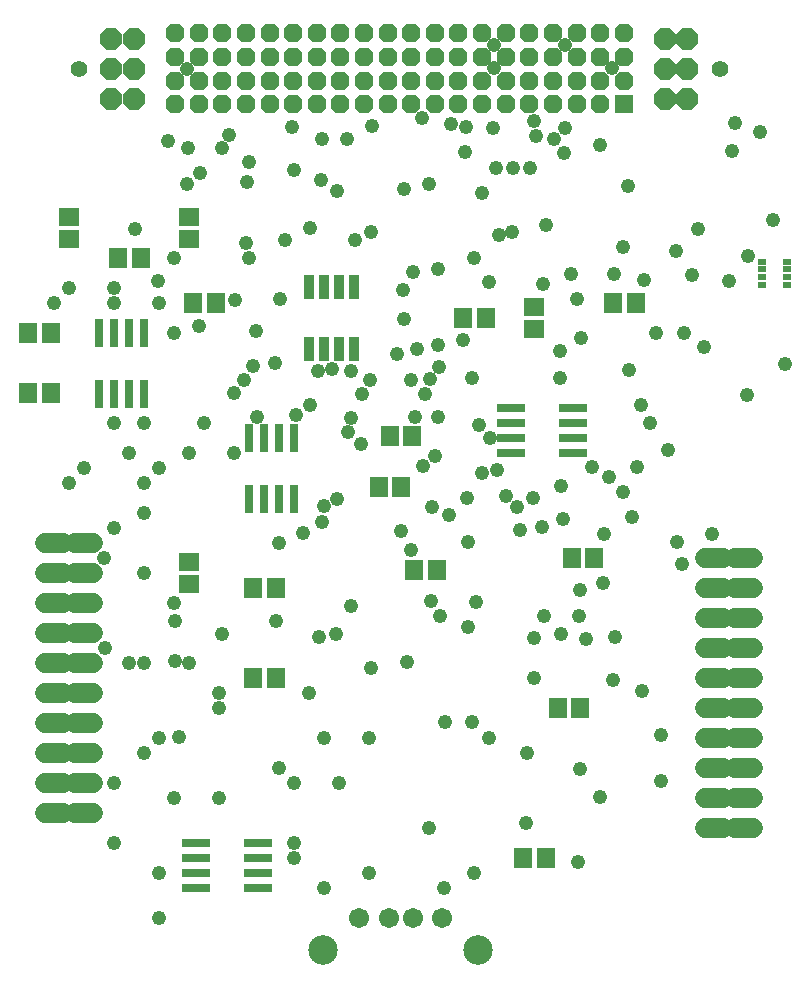
<source format=gts>
G75*
%MOIN*%
%OFA0B0*%
%FSLAX25Y25*%
%IPPOS*%
%LPD*%
%AMOC8*
5,1,8,0,0,1.08239X$1,22.5*
%
%ADD10R,0.03200X0.08300*%
%ADD11C,0.06800*%
%ADD12C,0.05524*%
%ADD13OC8,0.07296*%
%ADD14R,0.06186X0.06186*%
%ADD15OC8,0.06186*%
%ADD16R,0.05918X0.06706*%
%ADD17R,0.06706X0.05918*%
%ADD18R,0.03162X0.09461*%
%ADD19R,0.09461X0.03162*%
%ADD20R,0.02769X0.02178*%
%ADD21C,0.06737*%
%ADD22C,0.09855*%
%ADD23C,0.04762*%
D10*
X0130000Y0245650D03*
X0135000Y0245650D03*
X0140000Y0245650D03*
X0145000Y0245650D03*
X0145000Y0266250D03*
X0140000Y0266250D03*
X0135000Y0266250D03*
X0130000Y0266250D03*
D11*
X0058000Y0180950D02*
X0052000Y0180950D01*
X0048000Y0180950D02*
X0042000Y0180950D01*
X0042000Y0170950D02*
X0048000Y0170950D01*
X0052000Y0170950D02*
X0058000Y0170950D01*
X0058000Y0160950D02*
X0052000Y0160950D01*
X0048000Y0160950D02*
X0042000Y0160950D01*
X0042000Y0150950D02*
X0048000Y0150950D01*
X0052000Y0150950D02*
X0058000Y0150950D01*
X0058000Y0140950D02*
X0052000Y0140950D01*
X0048000Y0140950D02*
X0042000Y0140950D01*
X0042000Y0130950D02*
X0048000Y0130950D01*
X0052000Y0130950D02*
X0058000Y0130950D01*
X0058000Y0120950D02*
X0052000Y0120950D01*
X0048000Y0120950D02*
X0042000Y0120950D01*
X0042000Y0110950D02*
X0048000Y0110950D01*
X0052000Y0110950D02*
X0058000Y0110950D01*
X0058000Y0100950D02*
X0052000Y0100950D01*
X0048000Y0100950D02*
X0042000Y0100950D01*
X0042000Y0090950D02*
X0048000Y0090950D01*
X0052000Y0090950D02*
X0058000Y0090950D01*
X0262000Y0085950D02*
X0268000Y0085950D01*
X0272000Y0085950D02*
X0278000Y0085950D01*
X0278000Y0095950D02*
X0272000Y0095950D01*
X0268000Y0095950D02*
X0262000Y0095950D01*
X0262000Y0105950D02*
X0268000Y0105950D01*
X0272000Y0105950D02*
X0278000Y0105950D01*
X0278000Y0115950D02*
X0272000Y0115950D01*
X0268000Y0115950D02*
X0262000Y0115950D01*
X0262000Y0125950D02*
X0268000Y0125950D01*
X0272000Y0125950D02*
X0278000Y0125950D01*
X0278000Y0135950D02*
X0272000Y0135950D01*
X0268000Y0135950D02*
X0262000Y0135950D01*
X0262000Y0145950D02*
X0268000Y0145950D01*
X0272000Y0145950D02*
X0278000Y0145950D01*
X0278000Y0155950D02*
X0272000Y0155950D01*
X0268000Y0155950D02*
X0262000Y0155950D01*
X0262000Y0165950D02*
X0268000Y0165950D01*
X0272000Y0165950D02*
X0278000Y0165950D01*
X0278000Y0175950D02*
X0272000Y0175950D01*
X0268000Y0175950D02*
X0262000Y0175950D01*
D12*
X0266870Y0338942D03*
X0053130Y0338942D03*
D13*
X0063996Y0339060D03*
X0063996Y0329060D03*
X0071398Y0329060D03*
X0071398Y0339060D03*
X0071398Y0349060D03*
X0063996Y0349060D03*
X0248602Y0349056D03*
X0256004Y0349056D03*
X0256004Y0339056D03*
X0256004Y0329056D03*
X0248602Y0329056D03*
X0248602Y0339056D03*
D14*
X0234803Y0327249D03*
D15*
X0234803Y0335123D03*
X0226929Y0335123D03*
X0226929Y0327249D03*
X0219055Y0327249D03*
X0219055Y0335123D03*
X0211181Y0335123D03*
X0211181Y0327249D03*
X0203307Y0327249D03*
X0195433Y0327249D03*
X0195433Y0335123D03*
X0203307Y0335123D03*
X0203307Y0342997D03*
X0195433Y0342997D03*
X0195433Y0350871D03*
X0203307Y0350871D03*
X0211181Y0350871D03*
X0211181Y0342997D03*
X0219055Y0342997D03*
X0226929Y0342997D03*
X0226929Y0350871D03*
X0219055Y0350871D03*
X0234803Y0350871D03*
X0234803Y0342997D03*
X0187559Y0342997D03*
X0179685Y0342997D03*
X0179685Y0350871D03*
X0187559Y0350871D03*
X0187559Y0335123D03*
X0187559Y0327249D03*
X0179685Y0327249D03*
X0179685Y0335123D03*
X0171811Y0335123D03*
X0171811Y0327249D03*
X0163937Y0327249D03*
X0163937Y0335123D03*
X0156063Y0335123D03*
X0156063Y0327249D03*
X0148189Y0327249D03*
X0148189Y0335123D03*
X0140315Y0335123D03*
X0140315Y0327249D03*
X0132441Y0327249D03*
X0132441Y0335123D03*
X0124567Y0335123D03*
X0124567Y0327249D03*
X0116693Y0327249D03*
X0108819Y0327249D03*
X0108819Y0335123D03*
X0116693Y0335123D03*
X0116693Y0342997D03*
X0124567Y0342997D03*
X0124567Y0350871D03*
X0116693Y0350871D03*
X0108819Y0350871D03*
X0108819Y0342997D03*
X0100945Y0342997D03*
X0093071Y0342997D03*
X0093071Y0350871D03*
X0100945Y0350871D03*
X0100945Y0335123D03*
X0100945Y0327249D03*
X0093071Y0327249D03*
X0093071Y0335123D03*
X0085197Y0335123D03*
X0085197Y0327249D03*
X0085197Y0342997D03*
X0085197Y0350871D03*
X0132441Y0350871D03*
X0132441Y0342997D03*
X0140315Y0342997D03*
X0140315Y0350871D03*
X0148189Y0350871D03*
X0148189Y0342997D03*
X0156063Y0342997D03*
X0156063Y0350871D03*
X0163937Y0350871D03*
X0163937Y0342997D03*
X0171811Y0342997D03*
X0171811Y0350871D03*
D16*
X0231260Y0260950D03*
X0238740Y0260950D03*
X0188740Y0255950D03*
X0181260Y0255950D03*
X0164190Y0216850D03*
X0156710Y0216850D03*
X0153110Y0199825D03*
X0160590Y0199825D03*
X0164910Y0172075D03*
X0172390Y0172075D03*
X0212860Y0125950D03*
X0220340Y0125950D03*
X0217435Y0176175D03*
X0224915Y0176175D03*
X0208740Y0075950D03*
X0201260Y0075950D03*
X0118740Y0135950D03*
X0111260Y0135950D03*
X0111260Y0165950D03*
X0118740Y0165950D03*
X0043740Y0230950D03*
X0036260Y0230950D03*
X0036260Y0250950D03*
X0043740Y0250950D03*
X0066260Y0275950D03*
X0073740Y0275950D03*
X0091260Y0260950D03*
X0098740Y0260950D03*
D17*
X0090000Y0282210D03*
X0090000Y0289690D03*
X0050000Y0289690D03*
X0050000Y0282210D03*
X0090000Y0174690D03*
X0090000Y0167210D03*
X0205000Y0252210D03*
X0205000Y0259690D03*
D18*
X0125000Y0216186D03*
X0120000Y0216186D03*
X0115000Y0216186D03*
X0110000Y0216186D03*
X0110000Y0195714D03*
X0115000Y0195714D03*
X0120000Y0195714D03*
X0125000Y0195714D03*
X0075000Y0230714D03*
X0070000Y0230714D03*
X0065000Y0230714D03*
X0060000Y0230714D03*
X0060000Y0251186D03*
X0065000Y0251186D03*
X0070000Y0251186D03*
X0075000Y0251186D03*
D19*
X0197264Y0225950D03*
X0197264Y0220950D03*
X0197264Y0215950D03*
X0197264Y0210950D03*
X0217736Y0210950D03*
X0217736Y0215950D03*
X0217736Y0220950D03*
X0217736Y0225950D03*
X0112736Y0080950D03*
X0112736Y0075950D03*
X0112736Y0070950D03*
X0112736Y0065950D03*
X0092264Y0065950D03*
X0092264Y0070950D03*
X0092264Y0075950D03*
X0092264Y0080950D03*
D20*
X0280965Y0267111D03*
X0280965Y0269670D03*
X0280965Y0272230D03*
X0280965Y0274789D03*
X0289035Y0274789D03*
X0289035Y0272230D03*
X0289035Y0269670D03*
X0289035Y0267111D03*
D21*
X0174230Y0056142D03*
X0164387Y0056142D03*
X0156513Y0056142D03*
X0146670Y0056142D03*
D22*
X0134584Y0045472D03*
X0186316Y0045472D03*
D23*
X0065000Y0080950D03*
X0080000Y0070950D03*
X0080000Y0055950D03*
X0085000Y0095950D03*
X0075000Y0110950D03*
X0080000Y0115950D03*
X0086375Y0116275D03*
X0100000Y0125950D03*
X0100000Y0130950D03*
X0090000Y0140950D03*
X0085250Y0141700D03*
X0075000Y0140950D03*
X0070000Y0140950D03*
X0061800Y0145950D03*
X0085250Y0155200D03*
X0085000Y0160950D03*
X0075000Y0170950D03*
X0061575Y0175950D03*
X0065000Y0185950D03*
X0075000Y0190950D03*
X0075000Y0200950D03*
X0080000Y0205950D03*
X0090000Y0210950D03*
X0095000Y0220950D03*
X0105000Y0230950D03*
X0108200Y0235525D03*
X0111350Y0240025D03*
X0118425Y0240900D03*
X0112250Y0251725D03*
X0105275Y0262075D03*
X0110000Y0275950D03*
X0108875Y0281200D03*
X0121925Y0282100D03*
X0130025Y0285925D03*
X0139025Y0298525D03*
X0133850Y0302125D03*
X0124775Y0305500D03*
X0134075Y0315625D03*
X0142400Y0315850D03*
X0150725Y0319900D03*
X0167600Y0322600D03*
X0177275Y0320575D03*
X0182225Y0319675D03*
X0182000Y0311350D03*
X0191225Y0319450D03*
X0192350Y0305950D03*
X0197750Y0305950D03*
X0203375Y0305950D03*
X0205400Y0316750D03*
X0204725Y0321700D03*
X0211475Y0315850D03*
X0215075Y0319450D03*
X0215000Y0310950D03*
X0227000Y0313600D03*
X0236225Y0300100D03*
X0234650Y0279850D03*
X0231500Y0270850D03*
X0241625Y0268825D03*
X0252200Y0278500D03*
X0257375Y0270400D03*
X0269750Y0268375D03*
X0276050Y0276700D03*
X0284375Y0288850D03*
X0270725Y0311625D03*
X0271775Y0321025D03*
X0280325Y0318100D03*
X0259400Y0285700D03*
X0255000Y0250950D03*
X0261425Y0246325D03*
X0245450Y0251050D03*
X0236450Y0238675D03*
X0240500Y0227200D03*
X0243650Y0220900D03*
X0249550Y0212150D03*
X0239150Y0206275D03*
X0234425Y0198175D03*
X0229700Y0203125D03*
X0224300Y0206275D03*
X0213950Y0199975D03*
X0204500Y0196150D03*
X0199100Y0193000D03*
X0195500Y0196600D03*
X0192575Y0205375D03*
X0187400Y0204475D03*
X0182675Y0196150D03*
X0176600Y0190525D03*
X0171000Y0193200D03*
X0160400Y0185125D03*
X0163875Y0178700D03*
X0170525Y0161725D03*
X0173675Y0156775D03*
X0182700Y0153200D03*
X0185375Y0161275D03*
X0182900Y0181525D03*
X0200225Y0185350D03*
X0207650Y0186250D03*
X0214375Y0189100D03*
X0228350Y0184000D03*
X0237575Y0189625D03*
X0252650Y0181525D03*
X0254225Y0173875D03*
X0264350Y0184000D03*
X0231725Y0149800D03*
X0222275Y0149125D03*
X0219800Y0156775D03*
X0220025Y0165325D03*
X0227900Y0167575D03*
X0213725Y0150700D03*
X0208100Y0156550D03*
X0205000Y0149375D03*
X0205000Y0135950D03*
X0190000Y0115950D03*
X0184025Y0121450D03*
X0175250Y0121450D03*
X0162425Y0141250D03*
X0150500Y0139450D03*
X0138875Y0150725D03*
X0133175Y0149575D03*
X0143875Y0160050D03*
X0119000Y0155200D03*
X0101000Y0150700D03*
X0130000Y0130950D03*
X0135000Y0115950D03*
X0150000Y0115950D03*
X0140000Y0100950D03*
X0125000Y0100950D03*
X0120000Y0105950D03*
X0100000Y0095950D03*
X0125000Y0080950D03*
X0125000Y0075950D03*
X0135000Y0065950D03*
X0150000Y0070950D03*
X0170000Y0085950D03*
X0185000Y0070950D03*
X0175000Y0065950D03*
X0202250Y0087700D03*
X0219525Y0074825D03*
X0227000Y0096225D03*
X0220200Y0105725D03*
X0202475Y0110875D03*
X0231050Y0135400D03*
X0240725Y0131800D03*
X0247250Y0116950D03*
X0247350Y0101550D03*
X0167825Y0206725D03*
X0171875Y0210100D03*
X0173000Y0222925D03*
X0168500Y0230575D03*
X0170175Y0235725D03*
X0173225Y0239575D03*
X0172775Y0247000D03*
X0165800Y0245650D03*
X0159050Y0244075D03*
X0163775Y0235300D03*
X0165125Y0223150D03*
X0147575Y0230575D03*
X0150050Y0235300D03*
X0143975Y0238450D03*
X0137675Y0238900D03*
X0132950Y0238450D03*
X0130250Y0227200D03*
X0125525Y0223600D03*
X0112475Y0222925D03*
X0105000Y0210950D03*
X0120000Y0180950D03*
X0128000Y0184450D03*
X0134075Y0188050D03*
X0134750Y0193450D03*
X0139250Y0195700D03*
X0147125Y0213925D03*
X0142850Y0217975D03*
X0143750Y0222700D03*
X0161525Y0255775D03*
X0161125Y0265225D03*
X0164675Y0271300D03*
X0173000Y0272425D03*
X0185000Y0275950D03*
X0189875Y0267925D03*
X0193025Y0283675D03*
X0197525Y0284800D03*
X0187625Y0297625D03*
X0169775Y0300725D03*
X0161525Y0298975D03*
X0150400Y0284600D03*
X0145325Y0281875D03*
X0120350Y0262525D03*
X0093125Y0253525D03*
X0085000Y0250950D03*
X0080000Y0260950D03*
X0079625Y0268375D03*
X0085000Y0275950D03*
X0071750Y0285700D03*
X0065000Y0265950D03*
X0065000Y0260950D03*
X0050000Y0265950D03*
X0045000Y0260950D03*
X0065000Y0220950D03*
X0070000Y0210950D03*
X0075000Y0220950D03*
X0055000Y0205950D03*
X0050000Y0200950D03*
X0065000Y0100950D03*
X0184250Y0236200D03*
X0181325Y0248575D03*
X0186500Y0220450D03*
X0190100Y0215950D03*
X0213500Y0236200D03*
X0213500Y0245200D03*
X0220475Y0249475D03*
X0219350Y0262525D03*
X0217325Y0270850D03*
X0207875Y0267250D03*
X0208775Y0287050D03*
X0191450Y0339250D03*
X0191450Y0346900D03*
X0215075Y0346900D03*
X0230825Y0339250D03*
X0288650Y0240700D03*
X0275975Y0230275D03*
X0124175Y0319675D03*
X0110000Y0308200D03*
X0109100Y0301225D03*
X0101000Y0312700D03*
X0103250Y0317200D03*
X0093575Y0304375D03*
X0089075Y0300775D03*
X0089525Y0312700D03*
X0083000Y0314950D03*
X0089075Y0339025D03*
M02*

</source>
